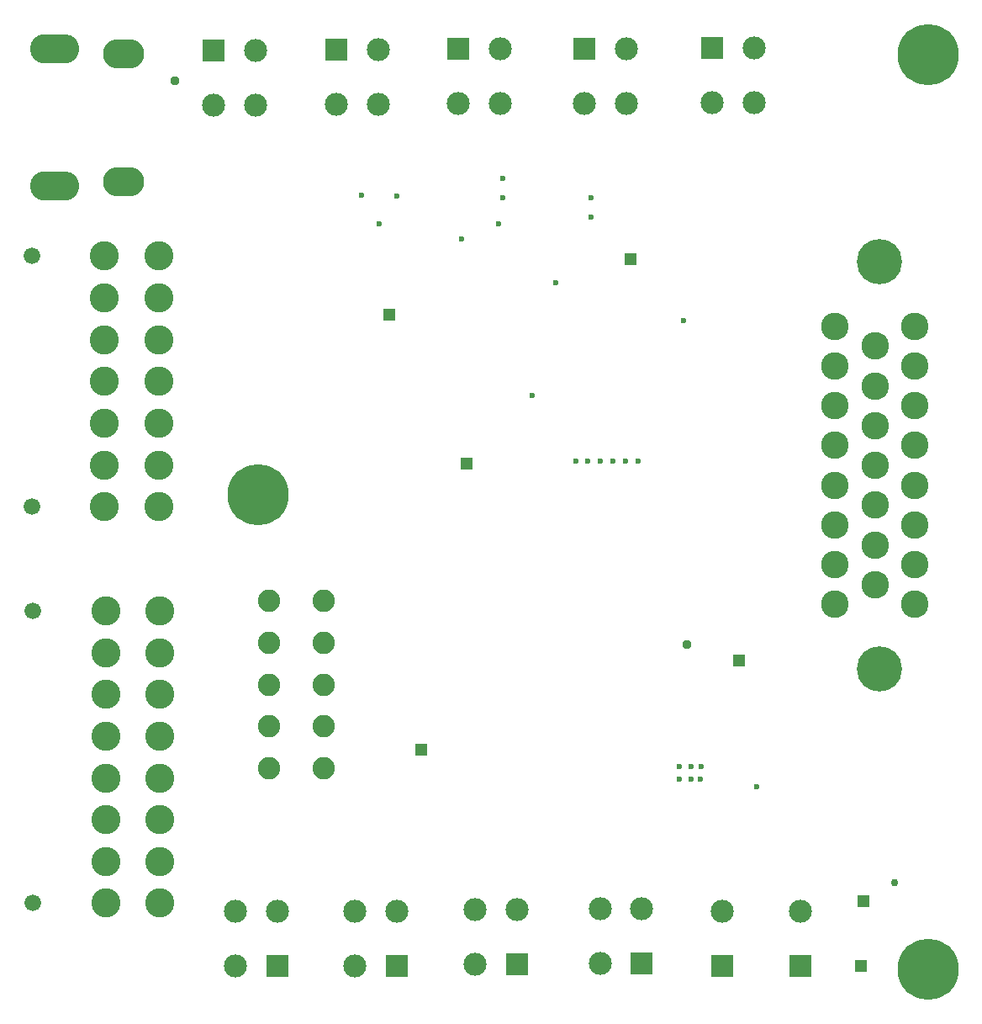
<source format=gbs>
%FSTAX23Y23*%
%MOIN*%
%SFA1B1*%

%IPPOS*%
%ADD50R,0.091530X0.091530*%
%ADD51C,0.091530*%
%ADD52R,0.049210X0.049210*%
%ADD53C,0.088580*%
%ADD54C,0.115160*%
%ADD55C,0.065940*%
%ADD56C,0.109250*%
%ADD57C,0.178940*%
%ADD58O,0.163390X0.116140*%
%ADD59O,0.194880X0.116140*%
%ADD60C,0.242130*%
%ADD61C,0.023620*%
%ADD62C,0.037400*%
%ADD63C,0.029530*%
%LNmainpcb-1*%
%LPD*%
G54D50*
X02845Y0017D03*
X03155D03*
X02805Y03806D03*
X01799Y03801D03*
X02299D03*
X01314Y038D03*
X02525Y00178D03*
X0203Y00175D03*
X01555Y0017D03*
X0108D03*
X00829Y03796D03*
G54D51*
X02845Y00386D03*
X03155D03*
X02805Y0359D03*
X0297Y03806D03*
Y0359D03*
X01799Y03585D03*
X01965Y03801D03*
Y03585D03*
X02299D03*
X02465Y03801D03*
Y03585D03*
X01314Y03583D03*
X0148Y038D03*
Y03583D03*
X02525Y00395D03*
X0236Y00178D03*
Y00395D03*
X0203Y00391D03*
X01865Y00175D03*
Y00391D03*
X01555Y00386D03*
X01389Y0017D03*
Y00386D03*
X0108D03*
X00915Y0017D03*
Y00386D03*
X00829Y0358D03*
X00995Y03796D03*
Y0358D03*
G54D52*
X0183Y0216D03*
X01525Y0275D03*
X03395Y0017D03*
X0248Y0297D03*
X0291Y0138D03*
X03405Y00425D03*
X0165Y01025D03*
G54D53*
X01048Y00953D03*
Y01118D03*
Y01284D03*
Y01449D03*
Y01615D03*
X01265Y00953D03*
Y01118D03*
Y01284D03*
Y01449D03*
Y01615D03*
G54D54*
X004Y00418D03*
Y00583D03*
Y00748D03*
Y00914D03*
Y01079D03*
Y01245D03*
Y0141D03*
Y01575D03*
X00616Y00418D03*
Y00583D03*
Y00748D03*
Y00914D03*
Y01079D03*
Y01245D03*
Y0141D03*
Y01575D03*
X00395Y01988D03*
Y02154D03*
Y02319D03*
Y02485D03*
Y0265D03*
Y02815D03*
Y02981D03*
X00611Y01988D03*
Y02154D03*
Y02319D03*
Y02485D03*
Y0265D03*
Y02815D03*
Y02981D03*
G54D55*
X00112Y01575D03*
Y00418D03*
X00107Y01988D03*
Y02981D03*
G54D56*
X03292Y01601D03*
Y01758D03*
Y01916D03*
Y02073D03*
Y02231D03*
Y02388D03*
Y02546D03*
Y02703D03*
X0345Y0168D03*
Y01837D03*
Y01995D03*
Y02152D03*
Y0231D03*
Y02467D03*
Y02625D03*
X03607Y01601D03*
Y01758D03*
Y01916D03*
Y02073D03*
Y02231D03*
Y02388D03*
Y02546D03*
Y02703D03*
G54D57*
X03469Y01345D03*
Y02959D03*
G54D58*
X0047Y03276D03*
Y03783D03*
G54D59*
X00197Y03258D03*
Y03801D03*
G54D60*
X01005Y02035D03*
X03661Y00157D03*
Y03779D03*
G54D61*
X02675Y0091D03*
X0272D03*
X02757Y0091D03*
X02675Y0096D03*
X0272D03*
X0276D03*
X01959Y03109D03*
X0269Y02725D03*
X01555Y0322D03*
X0251Y0217D03*
X0246D03*
X0241D03*
X0236D03*
X0209Y0243D03*
X0231Y0217D03*
X02263Y02168D03*
X01415Y03224D03*
X01485Y03109D03*
X0298Y0088D03*
X02326Y03136D03*
X0181Y0305D03*
X02185Y02875D03*
X01976Y03213D03*
X02326Y03213D03*
X01975Y0329D03*
G54D62*
X00675Y03675D03*
X02703Y01444D03*
G54D63*
X03528Y005D03*
M02*
</source>
